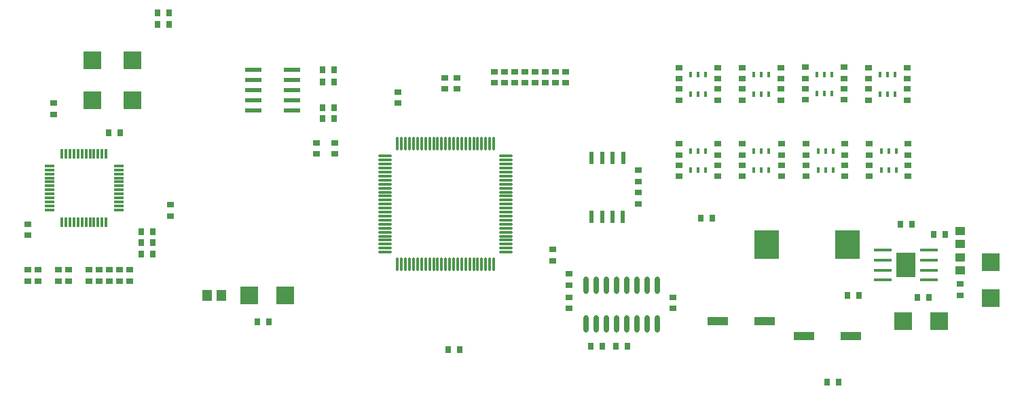
<source format=gtp>
%FSLAX43Y43*%
%MOMM*%
%SFA1B1*%

%IPPOS*%
%ADD10R,0.799998X0.899998*%
%ADD11R,0.899998X0.799998*%
%ADD12R,0.299999X1.199998*%
%ADD13R,1.199998X0.299999*%
%ADD14O,0.299999X1.799996*%
%ADD15O,1.799996X0.299999*%
%ADD16R,0.507999X1.499997*%
%ADD17R,2.199996X2.199996*%
%ADD18R,2.299995X2.299995*%
%ADD19R,1.199998X1.399997*%
%ADD20R,3.047994X3.682993*%
%ADD21R,2.539995X1.015998*%
%ADD22O,0.599999X2.199996*%
%ADD23R,2.031996X0.634999*%
%ADD24R,0.349999X0.799998*%
%ADD25R,2.299995X2.299995*%
%ADD26R,2.199996X0.449999*%
%ADD27R,2.399995X3.099994*%
%ADD28R,1.299997X0.999998*%
%LNlp_led_cube_8x8x8-1*%
%LPD*%
G54D10*
X53531Y67055D03*
X52131D03*
Y68452D03*
X53531D03*
X52131Y69849D03*
X53531D03*
X68009Y58546D03*
X66609D03*
X148905Y61594D03*
X150305D03*
X152337Y69468D03*
X150937D03*
X146746Y70738D03*
X148146D03*
X137602Y51053D03*
X139002D03*
X140142Y61848D03*
X141542D03*
X123254Y71500D03*
X121854D03*
X108138Y55498D03*
X109538D03*
X111313D03*
X112713D03*
X90358Y55117D03*
X91758D03*
X76137Y90042D03*
X74737D03*
X76137Y88518D03*
X74737D03*
X76137Y83946D03*
X74737D03*
X76137Y85343D03*
X74737D03*
X48067Y82168D03*
X49467D03*
X55563Y97154D03*
X54163D03*
X55563Y95757D03*
X54163D03*
G54D11*
X37972Y69403D03*
Y70803D03*
X43052Y65088D03*
Y63688D03*
X41782Y65088D03*
Y63688D03*
X39242D03*
Y65088D03*
X37972Y63688D03*
Y65088D03*
X46862D03*
Y63688D03*
X45592Y65088D03*
Y63688D03*
X48132Y65088D03*
Y63688D03*
X41147Y85916D03*
Y84516D03*
X114045Y74740D03*
Y73340D03*
Y77534D03*
Y76134D03*
X154177Y63310D03*
Y61910D03*
X105409Y61659D03*
Y60259D03*
X118363D03*
Y61659D03*
X105409Y64580D03*
Y63180D03*
X103377Y67628D03*
Y66228D03*
X84073Y87313D03*
Y85913D03*
X76199Y80963D03*
Y79563D03*
X89915Y87691D03*
Y89091D03*
X91439Y87691D03*
Y89091D03*
X73913Y79563D03*
Y80963D03*
X50672Y63688D03*
Y65088D03*
X49402D03*
Y63688D03*
X55752Y73216D03*
Y71816D03*
X142747Y86294D03*
Y87694D03*
X147573Y86294D03*
Y87694D03*
X142747Y88961D03*
Y90361D03*
X147573Y88961D03*
Y90361D03*
X119125Y76769D03*
Y78169D03*
Y79436D03*
Y80836D03*
X123951Y79436D03*
Y80836D03*
Y76769D03*
Y78169D03*
X134873Y86319D03*
Y87719D03*
X139699Y86319D03*
Y87719D03*
X134873Y88986D03*
Y90386D03*
X139699Y88986D03*
Y90386D03*
X126999Y76769D03*
Y78169D03*
X131952Y76769D03*
Y78169D03*
X126999Y79436D03*
Y80836D03*
X131952Y79436D03*
Y80836D03*
X131825Y86294D03*
Y87694D03*
X126999Y88961D03*
Y90361D03*
X131825Y88961D03*
Y90361D03*
X126999Y86294D03*
Y87694D03*
X119125Y86294D03*
Y87694D03*
X123951Y88961D03*
Y90361D03*
X119125Y88961D03*
Y90361D03*
X123951Y86294D03*
Y87694D03*
X135000Y76769D03*
Y78169D03*
X139826Y76769D03*
Y78169D03*
X135000Y79436D03*
Y80836D03*
X139826Y79436D03*
Y80836D03*
X142874Y79436D03*
Y80836D03*
Y76769D03*
Y78169D03*
X147700Y76769D03*
Y78169D03*
Y79436D03*
Y80836D03*
X97408Y88453D03*
Y89853D03*
X96138Y88453D03*
Y89853D03*
X98678Y88453D03*
Y89853D03*
X99948Y88453D03*
Y89853D03*
X105028Y88453D03*
Y89853D03*
X102488Y88453D03*
Y89853D03*
X101218Y88453D03*
Y89853D03*
X103758Y88453D03*
Y89853D03*
G54D12*
X42207Y79610D03*
X42707D03*
X43207D03*
X43707D03*
X44207D03*
X44707D03*
X45207D03*
X45707D03*
X46207D03*
X46707D03*
X47207D03*
X47707D03*
Y71010D03*
X47207D03*
X46707D03*
X46207D03*
X45707D03*
X45207D03*
X44707D03*
X44207D03*
X43707D03*
X43207D03*
X42707D03*
X42207D03*
G54D13*
X49257Y78060D03*
Y77560D03*
Y77060D03*
Y76560D03*
Y76060D03*
Y75560D03*
Y75060D03*
Y74560D03*
Y74060D03*
Y73560D03*
Y73060D03*
Y72560D03*
X40657D03*
Y73060D03*
Y73560D03*
Y74060D03*
Y74560D03*
Y75060D03*
Y75560D03*
Y76060D03*
Y76560D03*
Y77060D03*
Y77560D03*
Y78060D03*
G54D14*
X84042Y80828D03*
X84542D03*
X85042D03*
X85542D03*
X86042D03*
X86542D03*
X87042D03*
X87542D03*
X88042D03*
X88542D03*
X89042D03*
X89542D03*
X90042D03*
X90542D03*
X91042D03*
X91542D03*
X92042D03*
X92542D03*
X93042D03*
X93542D03*
X94042D03*
X94542D03*
X95042D03*
X95542D03*
X96042D03*
Y65728D03*
X95542D03*
X95042D03*
X94542D03*
X94042D03*
X93542D03*
X93042D03*
X92542D03*
X92042D03*
X91542D03*
X91042D03*
X90542D03*
X90042D03*
X89542D03*
X89042D03*
X88542D03*
X88042D03*
X87542D03*
X87042D03*
X86542D03*
X86042D03*
X85542D03*
X85042D03*
X84542D03*
X84042D03*
G54D15*
X97592Y79278D03*
Y78778D03*
Y78278D03*
Y77778D03*
Y77278D03*
Y76778D03*
Y76278D03*
Y75778D03*
Y75278D03*
Y74778D03*
Y74278D03*
Y73778D03*
Y73278D03*
Y72778D03*
Y72278D03*
Y71778D03*
Y71278D03*
Y70778D03*
Y70278D03*
Y69778D03*
Y69278D03*
Y68778D03*
Y68278D03*
Y67778D03*
Y67278D03*
X82492D03*
Y67778D03*
Y68278D03*
Y68778D03*
Y69278D03*
Y69778D03*
Y70278D03*
Y70778D03*
Y71278D03*
Y71778D03*
Y72278D03*
Y72778D03*
Y73278D03*
Y73778D03*
Y74278D03*
Y74778D03*
Y75278D03*
Y75778D03*
Y76278D03*
Y76778D03*
Y77278D03*
Y77778D03*
Y78278D03*
Y78778D03*
Y79278D03*
G54D16*
X108260Y79087D03*
X109560D03*
X110810D03*
X112210D03*
X112160Y71737D03*
X110860D03*
X109560D03*
X108260D03*
G54D17*
X51013Y86272D03*
Y91272D03*
X46013Y86272D03*
Y91272D03*
G54D18*
X65567Y61848D03*
X70067D03*
X151601Y58673D03*
X147101D03*
G54D19*
X60313Y61848D03*
X62113D03*
G54D20*
X130110Y68198D03*
X140144D03*
G54D21*
X123951Y58673D03*
X129793D03*
X134746Y56768D03*
X140588D03*
G54D22*
X107568Y58305D03*
X108838D03*
X110108D03*
X111378D03*
X112648D03*
X113918D03*
X115188D03*
X116458D03*
X107568Y63105D03*
X108838D03*
X110108D03*
X111378D03*
X112648D03*
X113918D03*
X115188D03*
X116458D03*
G54D23*
X66039Y90042D03*
Y88772D03*
Y87502D03*
Y86232D03*
Y84962D03*
X70865D03*
Y86232D03*
Y87502D03*
Y88772D03*
Y90042D03*
G54D24*
X146100Y87045D03*
X145160Y89458D03*
X146100D03*
X145160Y87045D03*
X144220Y89458D03*
Y87045D03*
X122478Y77520D03*
X121538Y79933D03*
X122478D03*
X121538Y77520D03*
X120598Y79933D03*
Y77520D03*
X138226Y87070D03*
X137286Y89483D03*
X138226D03*
X137286Y87070D03*
X136346Y89483D03*
Y87070D03*
X130352Y77520D03*
X129412Y79933D03*
X130352D03*
X129412Y77520D03*
X128472Y79933D03*
Y77520D03*
X130352Y87045D03*
X129412Y89458D03*
X130352D03*
X129412Y87045D03*
X128472Y89458D03*
Y87045D03*
X122478D03*
X121538Y89458D03*
X122478D03*
X121538Y87045D03*
X120598Y89458D03*
Y87045D03*
X138353Y77520D03*
X137413Y79933D03*
X138353D03*
X137413Y77520D03*
X136473Y79933D03*
Y77520D03*
X146227D03*
X145287Y79933D03*
X146227D03*
X145287Y77520D03*
X144347Y79933D03*
Y77520D03*
G54D25*
X157987Y61503D03*
Y66003D03*
G54D26*
X150321Y63783D03*
Y66283D03*
Y67533D03*
Y65033D03*
X144571D03*
Y67533D03*
Y66283D03*
Y63783D03*
G54D27*
X147446Y65658D03*
G54D28*
X154177Y68287D03*
Y69887D03*
Y64985D03*
Y66585D03*
M02*
</source>
